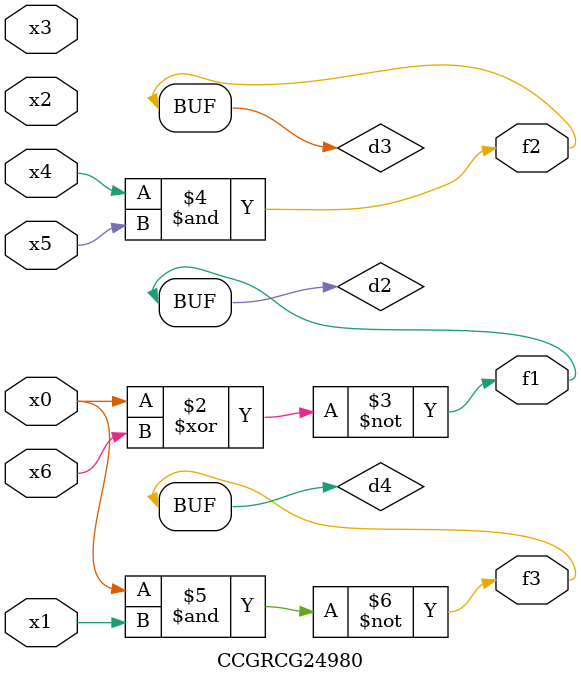
<source format=v>
module CCGRCG24980(
	input x0, x1, x2, x3, x4, x5, x6,
	output f1, f2, f3
);

	wire d1, d2, d3, d4;

	nor (d1, x0);
	xnor (d2, x0, x6);
	and (d3, x4, x5);
	nand (d4, x0, x1);
	assign f1 = d2;
	assign f2 = d3;
	assign f3 = d4;
endmodule

</source>
